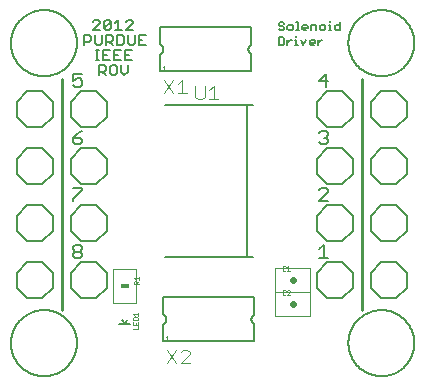
<source format=gto>
G75*
%MOIN*%
%OFA0B0*%
%FSLAX25Y25*%
%IPPOS*%
%LPD*%
%AMOC8*
5,1,8,0,0,1.08239X$1,22.5*
%
%ADD10C,0.01000*%
%ADD11C,0.00600*%
%ADD12C,0.00500*%
%ADD13C,0.00800*%
%ADD14C,0.00400*%
%ADD15C,0.00200*%
%ADD16C,0.02200*%
%ADD17C,0.00100*%
%ADD18R,0.03000X0.01800*%
D10*
X0018250Y0023250D02*
X0018250Y0100250D01*
X0118250Y0100250D02*
X0118250Y0023250D01*
D11*
X0111750Y0027250D02*
X0106750Y0027250D01*
X0103250Y0030750D01*
X0103250Y0035750D01*
X0106750Y0039250D01*
X0111750Y0039250D01*
X0115250Y0035750D01*
X0115250Y0030750D01*
X0111750Y0027250D01*
X0121250Y0030750D02*
X0124750Y0027250D01*
X0129750Y0027250D01*
X0133250Y0030750D01*
X0133250Y0035750D01*
X0129750Y0039250D01*
X0124750Y0039250D01*
X0121250Y0035750D01*
X0121250Y0030750D01*
X0124750Y0046250D02*
X0129750Y0046250D01*
X0133250Y0049750D01*
X0133250Y0054750D01*
X0129750Y0058250D01*
X0124750Y0058250D01*
X0121250Y0054750D01*
X0121250Y0049750D01*
X0124750Y0046250D01*
X0115250Y0049750D02*
X0115250Y0054750D01*
X0111750Y0058250D01*
X0106750Y0058250D01*
X0103250Y0054750D01*
X0103250Y0049750D01*
X0106750Y0046250D01*
X0111750Y0046250D01*
X0115250Y0049750D01*
X0111750Y0065250D02*
X0106750Y0065250D01*
X0103250Y0068750D01*
X0103250Y0073750D01*
X0106750Y0077250D01*
X0111750Y0077250D01*
X0115250Y0073750D01*
X0115250Y0068750D01*
X0111750Y0065250D01*
X0121250Y0068750D02*
X0124750Y0065250D01*
X0129750Y0065250D01*
X0133250Y0068750D01*
X0133250Y0073750D01*
X0129750Y0077250D01*
X0124750Y0077250D01*
X0121250Y0073750D01*
X0121250Y0068750D01*
X0124750Y0084250D02*
X0129750Y0084250D01*
X0133250Y0087750D01*
X0133250Y0092750D01*
X0129750Y0096250D01*
X0124750Y0096250D01*
X0121250Y0092750D01*
X0121250Y0087750D01*
X0124750Y0084250D01*
X0115250Y0087750D02*
X0115250Y0092750D01*
X0111750Y0096250D01*
X0106750Y0096250D01*
X0103250Y0092750D01*
X0103250Y0087750D01*
X0106750Y0084250D01*
X0111750Y0084250D01*
X0115250Y0087750D01*
X0046234Y0111550D02*
X0043966Y0111550D01*
X0043966Y0114953D01*
X0046234Y0114953D01*
X0045100Y0113251D02*
X0043966Y0113251D01*
X0042551Y0112117D02*
X0042551Y0114953D01*
X0041868Y0116550D02*
X0039599Y0116550D01*
X0041868Y0118819D01*
X0041868Y0119386D01*
X0041301Y0119953D01*
X0040167Y0119953D01*
X0039599Y0119386D01*
X0037051Y0119953D02*
X0037051Y0116550D01*
X0038185Y0116550D02*
X0035916Y0116550D01*
X0034502Y0117117D02*
X0033935Y0116550D01*
X0032800Y0116550D01*
X0032233Y0117117D01*
X0034502Y0119386D01*
X0034502Y0117117D01*
X0035916Y0118819D02*
X0037051Y0119953D01*
X0034502Y0119386D02*
X0033935Y0119953D01*
X0032800Y0119953D01*
X0032233Y0119386D01*
X0032233Y0117117D01*
X0030819Y0116550D02*
X0028550Y0116550D01*
X0030819Y0118819D01*
X0030819Y0119386D01*
X0030251Y0119953D01*
X0029117Y0119953D01*
X0028550Y0119386D01*
X0029233Y0114953D02*
X0029233Y0112117D01*
X0029800Y0111550D01*
X0030935Y0111550D01*
X0031502Y0112117D01*
X0031502Y0114953D01*
X0032916Y0114953D02*
X0032916Y0111550D01*
X0032916Y0112684D02*
X0034618Y0112684D01*
X0035185Y0113251D01*
X0035185Y0114386D01*
X0034618Y0114953D01*
X0032916Y0114953D01*
X0034051Y0112684D02*
X0035185Y0111550D01*
X0036599Y0111550D02*
X0038301Y0111550D01*
X0038868Y0112117D01*
X0038868Y0114386D01*
X0038301Y0114953D01*
X0036599Y0114953D01*
X0036599Y0111550D01*
X0035689Y0109953D02*
X0035689Y0106550D01*
X0037957Y0106550D01*
X0039372Y0106550D02*
X0041640Y0106550D01*
X0040506Y0108251D02*
X0039372Y0108251D01*
X0039372Y0106550D02*
X0039372Y0109953D01*
X0041640Y0109953D01*
X0041984Y0111550D02*
X0040850Y0111550D01*
X0040283Y0112117D01*
X0040283Y0114953D01*
X0042551Y0112117D02*
X0041984Y0111550D01*
X0037957Y0109953D02*
X0035689Y0109953D01*
X0034274Y0109953D02*
X0032005Y0109953D01*
X0032005Y0106550D01*
X0034274Y0106550D01*
X0034800Y0104953D02*
X0034233Y0104386D01*
X0034233Y0102117D01*
X0034800Y0101550D01*
X0035935Y0101550D01*
X0036502Y0102117D01*
X0036502Y0104386D01*
X0035935Y0104953D01*
X0034800Y0104953D01*
X0032819Y0104386D02*
X0032819Y0103251D01*
X0032251Y0102684D01*
X0030550Y0102684D01*
X0030550Y0101550D02*
X0030550Y0104953D01*
X0032251Y0104953D01*
X0032819Y0104386D01*
X0031684Y0102684D02*
X0032819Y0101550D01*
X0037916Y0102684D02*
X0039051Y0101550D01*
X0040185Y0102684D01*
X0040185Y0104953D01*
X0037916Y0104953D02*
X0037916Y0102684D01*
X0036823Y0108251D02*
X0035689Y0108251D01*
X0033140Y0108251D02*
X0032005Y0108251D01*
X0030684Y0106550D02*
X0029550Y0106550D01*
X0030117Y0106550D02*
X0030117Y0109953D01*
X0029550Y0109953D02*
X0030684Y0109953D01*
X0027819Y0113251D02*
X0027251Y0112684D01*
X0025550Y0112684D01*
X0025550Y0111550D02*
X0025550Y0114953D01*
X0027251Y0114953D01*
X0027819Y0114386D01*
X0027819Y0113251D01*
X0029750Y0096250D02*
X0024750Y0096250D01*
X0021250Y0092750D01*
X0021250Y0087750D01*
X0024750Y0084250D01*
X0029750Y0084250D01*
X0033250Y0087750D01*
X0033250Y0092750D01*
X0029750Y0096250D01*
X0015250Y0092750D02*
X0015250Y0087750D01*
X0011750Y0084250D01*
X0006750Y0084250D01*
X0003250Y0087750D01*
X0003250Y0092750D01*
X0006750Y0096250D01*
X0011750Y0096250D01*
X0015250Y0092750D01*
X0011750Y0077250D02*
X0006750Y0077250D01*
X0003250Y0073750D01*
X0003250Y0068750D01*
X0006750Y0065250D01*
X0011750Y0065250D01*
X0015250Y0068750D01*
X0015250Y0073750D01*
X0011750Y0077250D01*
X0021250Y0073750D02*
X0021250Y0068750D01*
X0024750Y0065250D01*
X0029750Y0065250D01*
X0033250Y0068750D01*
X0033250Y0073750D01*
X0029750Y0077250D01*
X0024750Y0077250D01*
X0021250Y0073750D01*
X0024750Y0058250D02*
X0029750Y0058250D01*
X0033250Y0054750D01*
X0033250Y0049750D01*
X0029750Y0046250D01*
X0024750Y0046250D01*
X0021250Y0049750D01*
X0021250Y0054750D01*
X0024750Y0058250D01*
X0015250Y0054750D02*
X0015250Y0049750D01*
X0011750Y0046250D01*
X0006750Y0046250D01*
X0003250Y0049750D01*
X0003250Y0054750D01*
X0006750Y0058250D01*
X0011750Y0058250D01*
X0015250Y0054750D01*
X0011750Y0039250D02*
X0006750Y0039250D01*
X0003250Y0035750D01*
X0003250Y0030750D01*
X0006750Y0027250D01*
X0011750Y0027250D01*
X0015250Y0030750D01*
X0015250Y0035750D01*
X0011750Y0039250D01*
X0021250Y0035750D02*
X0021250Y0030750D01*
X0024750Y0027250D01*
X0029750Y0027250D01*
X0033250Y0030750D01*
X0033250Y0035750D01*
X0029750Y0039250D01*
X0024750Y0039250D01*
X0021250Y0035750D01*
D12*
X0001250Y0012250D02*
X0001253Y0012520D01*
X0001263Y0012790D01*
X0001280Y0013059D01*
X0001303Y0013328D01*
X0001333Y0013597D01*
X0001369Y0013864D01*
X0001412Y0014131D01*
X0001461Y0014396D01*
X0001517Y0014660D01*
X0001580Y0014923D01*
X0001648Y0015184D01*
X0001724Y0015443D01*
X0001805Y0015700D01*
X0001893Y0015956D01*
X0001987Y0016209D01*
X0002087Y0016460D01*
X0002194Y0016708D01*
X0002306Y0016953D01*
X0002425Y0017196D01*
X0002549Y0017435D01*
X0002679Y0017672D01*
X0002815Y0017905D01*
X0002957Y0018135D01*
X0003104Y0018361D01*
X0003257Y0018584D01*
X0003415Y0018803D01*
X0003578Y0019018D01*
X0003747Y0019228D01*
X0003921Y0019435D01*
X0004100Y0019637D01*
X0004283Y0019835D01*
X0004472Y0020028D01*
X0004665Y0020217D01*
X0004863Y0020400D01*
X0005065Y0020579D01*
X0005272Y0020753D01*
X0005482Y0020922D01*
X0005697Y0021085D01*
X0005916Y0021243D01*
X0006139Y0021396D01*
X0006365Y0021543D01*
X0006595Y0021685D01*
X0006828Y0021821D01*
X0007065Y0021951D01*
X0007304Y0022075D01*
X0007547Y0022194D01*
X0007792Y0022306D01*
X0008040Y0022413D01*
X0008291Y0022513D01*
X0008544Y0022607D01*
X0008800Y0022695D01*
X0009057Y0022776D01*
X0009316Y0022852D01*
X0009577Y0022920D01*
X0009840Y0022983D01*
X0010104Y0023039D01*
X0010369Y0023088D01*
X0010636Y0023131D01*
X0010903Y0023167D01*
X0011172Y0023197D01*
X0011441Y0023220D01*
X0011710Y0023237D01*
X0011980Y0023247D01*
X0012250Y0023250D01*
X0012520Y0023247D01*
X0012790Y0023237D01*
X0013059Y0023220D01*
X0013328Y0023197D01*
X0013597Y0023167D01*
X0013864Y0023131D01*
X0014131Y0023088D01*
X0014396Y0023039D01*
X0014660Y0022983D01*
X0014923Y0022920D01*
X0015184Y0022852D01*
X0015443Y0022776D01*
X0015700Y0022695D01*
X0015956Y0022607D01*
X0016209Y0022513D01*
X0016460Y0022413D01*
X0016708Y0022306D01*
X0016953Y0022194D01*
X0017196Y0022075D01*
X0017435Y0021951D01*
X0017672Y0021821D01*
X0017905Y0021685D01*
X0018135Y0021543D01*
X0018361Y0021396D01*
X0018584Y0021243D01*
X0018803Y0021085D01*
X0019018Y0020922D01*
X0019228Y0020753D01*
X0019435Y0020579D01*
X0019637Y0020400D01*
X0019835Y0020217D01*
X0020028Y0020028D01*
X0020217Y0019835D01*
X0020400Y0019637D01*
X0020579Y0019435D01*
X0020753Y0019228D01*
X0020922Y0019018D01*
X0021085Y0018803D01*
X0021243Y0018584D01*
X0021396Y0018361D01*
X0021543Y0018135D01*
X0021685Y0017905D01*
X0021821Y0017672D01*
X0021951Y0017435D01*
X0022075Y0017196D01*
X0022194Y0016953D01*
X0022306Y0016708D01*
X0022413Y0016460D01*
X0022513Y0016209D01*
X0022607Y0015956D01*
X0022695Y0015700D01*
X0022776Y0015443D01*
X0022852Y0015184D01*
X0022920Y0014923D01*
X0022983Y0014660D01*
X0023039Y0014396D01*
X0023088Y0014131D01*
X0023131Y0013864D01*
X0023167Y0013597D01*
X0023197Y0013328D01*
X0023220Y0013059D01*
X0023237Y0012790D01*
X0023247Y0012520D01*
X0023250Y0012250D01*
X0023247Y0011980D01*
X0023237Y0011710D01*
X0023220Y0011441D01*
X0023197Y0011172D01*
X0023167Y0010903D01*
X0023131Y0010636D01*
X0023088Y0010369D01*
X0023039Y0010104D01*
X0022983Y0009840D01*
X0022920Y0009577D01*
X0022852Y0009316D01*
X0022776Y0009057D01*
X0022695Y0008800D01*
X0022607Y0008544D01*
X0022513Y0008291D01*
X0022413Y0008040D01*
X0022306Y0007792D01*
X0022194Y0007547D01*
X0022075Y0007304D01*
X0021951Y0007065D01*
X0021821Y0006828D01*
X0021685Y0006595D01*
X0021543Y0006365D01*
X0021396Y0006139D01*
X0021243Y0005916D01*
X0021085Y0005697D01*
X0020922Y0005482D01*
X0020753Y0005272D01*
X0020579Y0005065D01*
X0020400Y0004863D01*
X0020217Y0004665D01*
X0020028Y0004472D01*
X0019835Y0004283D01*
X0019637Y0004100D01*
X0019435Y0003921D01*
X0019228Y0003747D01*
X0019018Y0003578D01*
X0018803Y0003415D01*
X0018584Y0003257D01*
X0018361Y0003104D01*
X0018135Y0002957D01*
X0017905Y0002815D01*
X0017672Y0002679D01*
X0017435Y0002549D01*
X0017196Y0002425D01*
X0016953Y0002306D01*
X0016708Y0002194D01*
X0016460Y0002087D01*
X0016209Y0001987D01*
X0015956Y0001893D01*
X0015700Y0001805D01*
X0015443Y0001724D01*
X0015184Y0001648D01*
X0014923Y0001580D01*
X0014660Y0001517D01*
X0014396Y0001461D01*
X0014131Y0001412D01*
X0013864Y0001369D01*
X0013597Y0001333D01*
X0013328Y0001303D01*
X0013059Y0001280D01*
X0012790Y0001263D01*
X0012520Y0001253D01*
X0012250Y0001250D01*
X0011980Y0001253D01*
X0011710Y0001263D01*
X0011441Y0001280D01*
X0011172Y0001303D01*
X0010903Y0001333D01*
X0010636Y0001369D01*
X0010369Y0001412D01*
X0010104Y0001461D01*
X0009840Y0001517D01*
X0009577Y0001580D01*
X0009316Y0001648D01*
X0009057Y0001724D01*
X0008800Y0001805D01*
X0008544Y0001893D01*
X0008291Y0001987D01*
X0008040Y0002087D01*
X0007792Y0002194D01*
X0007547Y0002306D01*
X0007304Y0002425D01*
X0007065Y0002549D01*
X0006828Y0002679D01*
X0006595Y0002815D01*
X0006365Y0002957D01*
X0006139Y0003104D01*
X0005916Y0003257D01*
X0005697Y0003415D01*
X0005482Y0003578D01*
X0005272Y0003747D01*
X0005065Y0003921D01*
X0004863Y0004100D01*
X0004665Y0004283D01*
X0004472Y0004472D01*
X0004283Y0004665D01*
X0004100Y0004863D01*
X0003921Y0005065D01*
X0003747Y0005272D01*
X0003578Y0005482D01*
X0003415Y0005697D01*
X0003257Y0005916D01*
X0003104Y0006139D01*
X0002957Y0006365D01*
X0002815Y0006595D01*
X0002679Y0006828D01*
X0002549Y0007065D01*
X0002425Y0007304D01*
X0002306Y0007547D01*
X0002194Y0007792D01*
X0002087Y0008040D01*
X0001987Y0008291D01*
X0001893Y0008544D01*
X0001805Y0008800D01*
X0001724Y0009057D01*
X0001648Y0009316D01*
X0001580Y0009577D01*
X0001517Y0009840D01*
X0001461Y0010104D01*
X0001412Y0010369D01*
X0001369Y0010636D01*
X0001333Y0010903D01*
X0001303Y0011172D01*
X0001280Y0011441D01*
X0001263Y0011710D01*
X0001253Y0011980D01*
X0001250Y0012250D01*
X0022751Y0040500D02*
X0022000Y0041251D01*
X0022000Y0042001D01*
X0022751Y0042752D01*
X0024252Y0042752D01*
X0025003Y0042001D01*
X0025003Y0041251D01*
X0024252Y0040500D01*
X0022751Y0040500D01*
X0022751Y0042752D02*
X0022000Y0043503D01*
X0022000Y0044253D01*
X0022751Y0045004D01*
X0024252Y0045004D01*
X0025003Y0044253D01*
X0025003Y0043503D01*
X0024252Y0042752D01*
X0022000Y0059500D02*
X0022000Y0060251D01*
X0025003Y0063253D01*
X0025003Y0064004D01*
X0022000Y0064004D01*
X0022751Y0078500D02*
X0024252Y0078500D01*
X0025003Y0079251D01*
X0025003Y0080001D01*
X0024252Y0080752D01*
X0022000Y0080752D01*
X0022000Y0079251D01*
X0022751Y0078500D01*
X0022000Y0080752D02*
X0023501Y0082253D01*
X0025003Y0083004D01*
X0024252Y0097500D02*
X0022751Y0097500D01*
X0022000Y0098251D01*
X0022000Y0099752D02*
X0023501Y0100503D01*
X0024252Y0100503D01*
X0025003Y0099752D01*
X0025003Y0098251D01*
X0024252Y0097500D01*
X0022000Y0099752D02*
X0022000Y0102004D01*
X0025003Y0102004D01*
X0001250Y0112250D02*
X0001253Y0112520D01*
X0001263Y0112790D01*
X0001280Y0113059D01*
X0001303Y0113328D01*
X0001333Y0113597D01*
X0001369Y0113864D01*
X0001412Y0114131D01*
X0001461Y0114396D01*
X0001517Y0114660D01*
X0001580Y0114923D01*
X0001648Y0115184D01*
X0001724Y0115443D01*
X0001805Y0115700D01*
X0001893Y0115956D01*
X0001987Y0116209D01*
X0002087Y0116460D01*
X0002194Y0116708D01*
X0002306Y0116953D01*
X0002425Y0117196D01*
X0002549Y0117435D01*
X0002679Y0117672D01*
X0002815Y0117905D01*
X0002957Y0118135D01*
X0003104Y0118361D01*
X0003257Y0118584D01*
X0003415Y0118803D01*
X0003578Y0119018D01*
X0003747Y0119228D01*
X0003921Y0119435D01*
X0004100Y0119637D01*
X0004283Y0119835D01*
X0004472Y0120028D01*
X0004665Y0120217D01*
X0004863Y0120400D01*
X0005065Y0120579D01*
X0005272Y0120753D01*
X0005482Y0120922D01*
X0005697Y0121085D01*
X0005916Y0121243D01*
X0006139Y0121396D01*
X0006365Y0121543D01*
X0006595Y0121685D01*
X0006828Y0121821D01*
X0007065Y0121951D01*
X0007304Y0122075D01*
X0007547Y0122194D01*
X0007792Y0122306D01*
X0008040Y0122413D01*
X0008291Y0122513D01*
X0008544Y0122607D01*
X0008800Y0122695D01*
X0009057Y0122776D01*
X0009316Y0122852D01*
X0009577Y0122920D01*
X0009840Y0122983D01*
X0010104Y0123039D01*
X0010369Y0123088D01*
X0010636Y0123131D01*
X0010903Y0123167D01*
X0011172Y0123197D01*
X0011441Y0123220D01*
X0011710Y0123237D01*
X0011980Y0123247D01*
X0012250Y0123250D01*
X0012520Y0123247D01*
X0012790Y0123237D01*
X0013059Y0123220D01*
X0013328Y0123197D01*
X0013597Y0123167D01*
X0013864Y0123131D01*
X0014131Y0123088D01*
X0014396Y0123039D01*
X0014660Y0122983D01*
X0014923Y0122920D01*
X0015184Y0122852D01*
X0015443Y0122776D01*
X0015700Y0122695D01*
X0015956Y0122607D01*
X0016209Y0122513D01*
X0016460Y0122413D01*
X0016708Y0122306D01*
X0016953Y0122194D01*
X0017196Y0122075D01*
X0017435Y0121951D01*
X0017672Y0121821D01*
X0017905Y0121685D01*
X0018135Y0121543D01*
X0018361Y0121396D01*
X0018584Y0121243D01*
X0018803Y0121085D01*
X0019018Y0120922D01*
X0019228Y0120753D01*
X0019435Y0120579D01*
X0019637Y0120400D01*
X0019835Y0120217D01*
X0020028Y0120028D01*
X0020217Y0119835D01*
X0020400Y0119637D01*
X0020579Y0119435D01*
X0020753Y0119228D01*
X0020922Y0119018D01*
X0021085Y0118803D01*
X0021243Y0118584D01*
X0021396Y0118361D01*
X0021543Y0118135D01*
X0021685Y0117905D01*
X0021821Y0117672D01*
X0021951Y0117435D01*
X0022075Y0117196D01*
X0022194Y0116953D01*
X0022306Y0116708D01*
X0022413Y0116460D01*
X0022513Y0116209D01*
X0022607Y0115956D01*
X0022695Y0115700D01*
X0022776Y0115443D01*
X0022852Y0115184D01*
X0022920Y0114923D01*
X0022983Y0114660D01*
X0023039Y0114396D01*
X0023088Y0114131D01*
X0023131Y0113864D01*
X0023167Y0113597D01*
X0023197Y0113328D01*
X0023220Y0113059D01*
X0023237Y0112790D01*
X0023247Y0112520D01*
X0023250Y0112250D01*
X0023247Y0111980D01*
X0023237Y0111710D01*
X0023220Y0111441D01*
X0023197Y0111172D01*
X0023167Y0110903D01*
X0023131Y0110636D01*
X0023088Y0110369D01*
X0023039Y0110104D01*
X0022983Y0109840D01*
X0022920Y0109577D01*
X0022852Y0109316D01*
X0022776Y0109057D01*
X0022695Y0108800D01*
X0022607Y0108544D01*
X0022513Y0108291D01*
X0022413Y0108040D01*
X0022306Y0107792D01*
X0022194Y0107547D01*
X0022075Y0107304D01*
X0021951Y0107065D01*
X0021821Y0106828D01*
X0021685Y0106595D01*
X0021543Y0106365D01*
X0021396Y0106139D01*
X0021243Y0105916D01*
X0021085Y0105697D01*
X0020922Y0105482D01*
X0020753Y0105272D01*
X0020579Y0105065D01*
X0020400Y0104863D01*
X0020217Y0104665D01*
X0020028Y0104472D01*
X0019835Y0104283D01*
X0019637Y0104100D01*
X0019435Y0103921D01*
X0019228Y0103747D01*
X0019018Y0103578D01*
X0018803Y0103415D01*
X0018584Y0103257D01*
X0018361Y0103104D01*
X0018135Y0102957D01*
X0017905Y0102815D01*
X0017672Y0102679D01*
X0017435Y0102549D01*
X0017196Y0102425D01*
X0016953Y0102306D01*
X0016708Y0102194D01*
X0016460Y0102087D01*
X0016209Y0101987D01*
X0015956Y0101893D01*
X0015700Y0101805D01*
X0015443Y0101724D01*
X0015184Y0101648D01*
X0014923Y0101580D01*
X0014660Y0101517D01*
X0014396Y0101461D01*
X0014131Y0101412D01*
X0013864Y0101369D01*
X0013597Y0101333D01*
X0013328Y0101303D01*
X0013059Y0101280D01*
X0012790Y0101263D01*
X0012520Y0101253D01*
X0012250Y0101250D01*
X0011980Y0101253D01*
X0011710Y0101263D01*
X0011441Y0101280D01*
X0011172Y0101303D01*
X0010903Y0101333D01*
X0010636Y0101369D01*
X0010369Y0101412D01*
X0010104Y0101461D01*
X0009840Y0101517D01*
X0009577Y0101580D01*
X0009316Y0101648D01*
X0009057Y0101724D01*
X0008800Y0101805D01*
X0008544Y0101893D01*
X0008291Y0101987D01*
X0008040Y0102087D01*
X0007792Y0102194D01*
X0007547Y0102306D01*
X0007304Y0102425D01*
X0007065Y0102549D01*
X0006828Y0102679D01*
X0006595Y0102815D01*
X0006365Y0102957D01*
X0006139Y0103104D01*
X0005916Y0103257D01*
X0005697Y0103415D01*
X0005482Y0103578D01*
X0005272Y0103747D01*
X0005065Y0103921D01*
X0004863Y0104100D01*
X0004665Y0104283D01*
X0004472Y0104472D01*
X0004283Y0104665D01*
X0004100Y0104863D01*
X0003921Y0105065D01*
X0003747Y0105272D01*
X0003578Y0105482D01*
X0003415Y0105697D01*
X0003257Y0105916D01*
X0003104Y0106139D01*
X0002957Y0106365D01*
X0002815Y0106595D01*
X0002679Y0106828D01*
X0002549Y0107065D01*
X0002425Y0107304D01*
X0002306Y0107547D01*
X0002194Y0107792D01*
X0002087Y0108040D01*
X0001987Y0108291D01*
X0001893Y0108544D01*
X0001805Y0108800D01*
X0001724Y0109057D01*
X0001648Y0109316D01*
X0001580Y0109577D01*
X0001517Y0109840D01*
X0001461Y0110104D01*
X0001412Y0110369D01*
X0001369Y0110636D01*
X0001333Y0110903D01*
X0001303Y0111172D01*
X0001280Y0111441D01*
X0001263Y0111710D01*
X0001253Y0111980D01*
X0001250Y0112250D01*
X0090500Y0111500D02*
X0091851Y0111500D01*
X0092302Y0111950D01*
X0092302Y0113752D01*
X0091851Y0114202D01*
X0090500Y0114202D01*
X0090500Y0111500D01*
X0093447Y0111500D02*
X0093447Y0113302D01*
X0094347Y0113302D02*
X0094798Y0113302D01*
X0094347Y0113302D02*
X0093447Y0112401D01*
X0095902Y0113302D02*
X0096352Y0113302D01*
X0096352Y0111500D01*
X0095902Y0111500D02*
X0096803Y0111500D01*
X0098767Y0111500D02*
X0097866Y0113302D01*
X0096352Y0114202D02*
X0096352Y0114653D01*
X0096393Y0116500D02*
X0097294Y0116500D01*
X0096843Y0116500D02*
X0096843Y0119202D01*
X0096393Y0119202D01*
X0095248Y0117851D02*
X0094798Y0118302D01*
X0093897Y0118302D01*
X0093447Y0117851D01*
X0093447Y0116950D01*
X0093897Y0116500D01*
X0094798Y0116500D01*
X0095248Y0116950D01*
X0095248Y0117851D01*
X0092302Y0117401D02*
X0092302Y0116950D01*
X0091851Y0116500D01*
X0090950Y0116500D01*
X0090500Y0116950D01*
X0090950Y0117851D02*
X0091851Y0117851D01*
X0092302Y0117401D01*
X0092302Y0118752D02*
X0091851Y0119202D01*
X0090950Y0119202D01*
X0090500Y0118752D01*
X0090500Y0118302D01*
X0090950Y0117851D01*
X0098357Y0117851D02*
X0098357Y0116950D01*
X0098808Y0116500D01*
X0099709Y0116500D01*
X0100159Y0117401D02*
X0100159Y0117851D01*
X0099709Y0118302D01*
X0098808Y0118302D01*
X0098357Y0117851D01*
X0098357Y0117401D02*
X0100159Y0117401D01*
X0101304Y0116500D02*
X0101304Y0118302D01*
X0102655Y0118302D01*
X0103105Y0117851D01*
X0103105Y0116500D01*
X0104250Y0116950D02*
X0104250Y0117851D01*
X0104701Y0118302D01*
X0105602Y0118302D01*
X0106052Y0117851D01*
X0106052Y0116950D01*
X0105602Y0116500D01*
X0104701Y0116500D01*
X0104250Y0116950D01*
X0107197Y0116500D02*
X0108098Y0116500D01*
X0107647Y0116500D02*
X0107647Y0118302D01*
X0107197Y0118302D01*
X0107647Y0119202D02*
X0107647Y0119653D01*
X0109161Y0117851D02*
X0109612Y0118302D01*
X0110963Y0118302D01*
X0110963Y0119202D02*
X0110963Y0116500D01*
X0109612Y0116500D01*
X0109161Y0116950D01*
X0109161Y0117851D01*
X0105110Y0113302D02*
X0104660Y0113302D01*
X0103759Y0112401D01*
X0103759Y0111500D02*
X0103759Y0113302D01*
X0102614Y0112851D02*
X0102614Y0112401D01*
X0100813Y0112401D01*
X0100813Y0112851D02*
X0100813Y0111950D01*
X0101263Y0111500D01*
X0102164Y0111500D01*
X0102614Y0112851D02*
X0102164Y0113302D01*
X0101263Y0113302D01*
X0100813Y0112851D01*
X0099668Y0113302D02*
X0098767Y0111500D01*
X0106252Y0102004D02*
X0104000Y0099752D01*
X0107003Y0099752D01*
X0106252Y0097500D02*
X0106252Y0102004D01*
X0113750Y0112250D02*
X0113753Y0112520D01*
X0113763Y0112790D01*
X0113780Y0113059D01*
X0113803Y0113328D01*
X0113833Y0113597D01*
X0113869Y0113864D01*
X0113912Y0114131D01*
X0113961Y0114396D01*
X0114017Y0114660D01*
X0114080Y0114923D01*
X0114148Y0115184D01*
X0114224Y0115443D01*
X0114305Y0115700D01*
X0114393Y0115956D01*
X0114487Y0116209D01*
X0114587Y0116460D01*
X0114694Y0116708D01*
X0114806Y0116953D01*
X0114925Y0117196D01*
X0115049Y0117435D01*
X0115179Y0117672D01*
X0115315Y0117905D01*
X0115457Y0118135D01*
X0115604Y0118361D01*
X0115757Y0118584D01*
X0115915Y0118803D01*
X0116078Y0119018D01*
X0116247Y0119228D01*
X0116421Y0119435D01*
X0116600Y0119637D01*
X0116783Y0119835D01*
X0116972Y0120028D01*
X0117165Y0120217D01*
X0117363Y0120400D01*
X0117565Y0120579D01*
X0117772Y0120753D01*
X0117982Y0120922D01*
X0118197Y0121085D01*
X0118416Y0121243D01*
X0118639Y0121396D01*
X0118865Y0121543D01*
X0119095Y0121685D01*
X0119328Y0121821D01*
X0119565Y0121951D01*
X0119804Y0122075D01*
X0120047Y0122194D01*
X0120292Y0122306D01*
X0120540Y0122413D01*
X0120791Y0122513D01*
X0121044Y0122607D01*
X0121300Y0122695D01*
X0121557Y0122776D01*
X0121816Y0122852D01*
X0122077Y0122920D01*
X0122340Y0122983D01*
X0122604Y0123039D01*
X0122869Y0123088D01*
X0123136Y0123131D01*
X0123403Y0123167D01*
X0123672Y0123197D01*
X0123941Y0123220D01*
X0124210Y0123237D01*
X0124480Y0123247D01*
X0124750Y0123250D01*
X0125020Y0123247D01*
X0125290Y0123237D01*
X0125559Y0123220D01*
X0125828Y0123197D01*
X0126097Y0123167D01*
X0126364Y0123131D01*
X0126631Y0123088D01*
X0126896Y0123039D01*
X0127160Y0122983D01*
X0127423Y0122920D01*
X0127684Y0122852D01*
X0127943Y0122776D01*
X0128200Y0122695D01*
X0128456Y0122607D01*
X0128709Y0122513D01*
X0128960Y0122413D01*
X0129208Y0122306D01*
X0129453Y0122194D01*
X0129696Y0122075D01*
X0129935Y0121951D01*
X0130172Y0121821D01*
X0130405Y0121685D01*
X0130635Y0121543D01*
X0130861Y0121396D01*
X0131084Y0121243D01*
X0131303Y0121085D01*
X0131518Y0120922D01*
X0131728Y0120753D01*
X0131935Y0120579D01*
X0132137Y0120400D01*
X0132335Y0120217D01*
X0132528Y0120028D01*
X0132717Y0119835D01*
X0132900Y0119637D01*
X0133079Y0119435D01*
X0133253Y0119228D01*
X0133422Y0119018D01*
X0133585Y0118803D01*
X0133743Y0118584D01*
X0133896Y0118361D01*
X0134043Y0118135D01*
X0134185Y0117905D01*
X0134321Y0117672D01*
X0134451Y0117435D01*
X0134575Y0117196D01*
X0134694Y0116953D01*
X0134806Y0116708D01*
X0134913Y0116460D01*
X0135013Y0116209D01*
X0135107Y0115956D01*
X0135195Y0115700D01*
X0135276Y0115443D01*
X0135352Y0115184D01*
X0135420Y0114923D01*
X0135483Y0114660D01*
X0135539Y0114396D01*
X0135588Y0114131D01*
X0135631Y0113864D01*
X0135667Y0113597D01*
X0135697Y0113328D01*
X0135720Y0113059D01*
X0135737Y0112790D01*
X0135747Y0112520D01*
X0135750Y0112250D01*
X0135747Y0111980D01*
X0135737Y0111710D01*
X0135720Y0111441D01*
X0135697Y0111172D01*
X0135667Y0110903D01*
X0135631Y0110636D01*
X0135588Y0110369D01*
X0135539Y0110104D01*
X0135483Y0109840D01*
X0135420Y0109577D01*
X0135352Y0109316D01*
X0135276Y0109057D01*
X0135195Y0108800D01*
X0135107Y0108544D01*
X0135013Y0108291D01*
X0134913Y0108040D01*
X0134806Y0107792D01*
X0134694Y0107547D01*
X0134575Y0107304D01*
X0134451Y0107065D01*
X0134321Y0106828D01*
X0134185Y0106595D01*
X0134043Y0106365D01*
X0133896Y0106139D01*
X0133743Y0105916D01*
X0133585Y0105697D01*
X0133422Y0105482D01*
X0133253Y0105272D01*
X0133079Y0105065D01*
X0132900Y0104863D01*
X0132717Y0104665D01*
X0132528Y0104472D01*
X0132335Y0104283D01*
X0132137Y0104100D01*
X0131935Y0103921D01*
X0131728Y0103747D01*
X0131518Y0103578D01*
X0131303Y0103415D01*
X0131084Y0103257D01*
X0130861Y0103104D01*
X0130635Y0102957D01*
X0130405Y0102815D01*
X0130172Y0102679D01*
X0129935Y0102549D01*
X0129696Y0102425D01*
X0129453Y0102306D01*
X0129208Y0102194D01*
X0128960Y0102087D01*
X0128709Y0101987D01*
X0128456Y0101893D01*
X0128200Y0101805D01*
X0127943Y0101724D01*
X0127684Y0101648D01*
X0127423Y0101580D01*
X0127160Y0101517D01*
X0126896Y0101461D01*
X0126631Y0101412D01*
X0126364Y0101369D01*
X0126097Y0101333D01*
X0125828Y0101303D01*
X0125559Y0101280D01*
X0125290Y0101263D01*
X0125020Y0101253D01*
X0124750Y0101250D01*
X0124480Y0101253D01*
X0124210Y0101263D01*
X0123941Y0101280D01*
X0123672Y0101303D01*
X0123403Y0101333D01*
X0123136Y0101369D01*
X0122869Y0101412D01*
X0122604Y0101461D01*
X0122340Y0101517D01*
X0122077Y0101580D01*
X0121816Y0101648D01*
X0121557Y0101724D01*
X0121300Y0101805D01*
X0121044Y0101893D01*
X0120791Y0101987D01*
X0120540Y0102087D01*
X0120292Y0102194D01*
X0120047Y0102306D01*
X0119804Y0102425D01*
X0119565Y0102549D01*
X0119328Y0102679D01*
X0119095Y0102815D01*
X0118865Y0102957D01*
X0118639Y0103104D01*
X0118416Y0103257D01*
X0118197Y0103415D01*
X0117982Y0103578D01*
X0117772Y0103747D01*
X0117565Y0103921D01*
X0117363Y0104100D01*
X0117165Y0104283D01*
X0116972Y0104472D01*
X0116783Y0104665D01*
X0116600Y0104863D01*
X0116421Y0105065D01*
X0116247Y0105272D01*
X0116078Y0105482D01*
X0115915Y0105697D01*
X0115757Y0105916D01*
X0115604Y0106139D01*
X0115457Y0106365D01*
X0115315Y0106595D01*
X0115179Y0106828D01*
X0115049Y0107065D01*
X0114925Y0107304D01*
X0114806Y0107547D01*
X0114694Y0107792D01*
X0114587Y0108040D01*
X0114487Y0108291D01*
X0114393Y0108544D01*
X0114305Y0108800D01*
X0114224Y0109057D01*
X0114148Y0109316D01*
X0114080Y0109577D01*
X0114017Y0109840D01*
X0113961Y0110104D01*
X0113912Y0110369D01*
X0113869Y0110636D01*
X0113833Y0110903D01*
X0113803Y0111172D01*
X0113780Y0111441D01*
X0113763Y0111710D01*
X0113753Y0111980D01*
X0113750Y0112250D01*
X0106252Y0083004D02*
X0104751Y0083004D01*
X0104000Y0082253D01*
X0105501Y0080752D02*
X0106252Y0080752D01*
X0107003Y0080001D01*
X0107003Y0079251D01*
X0106252Y0078500D01*
X0104751Y0078500D01*
X0104000Y0079251D01*
X0106252Y0080752D02*
X0107003Y0081503D01*
X0107003Y0082253D01*
X0106252Y0083004D01*
X0106252Y0064004D02*
X0104751Y0064004D01*
X0104000Y0063253D01*
X0106252Y0064004D02*
X0107003Y0063253D01*
X0107003Y0062503D01*
X0104000Y0059500D01*
X0107003Y0059500D01*
X0105501Y0045004D02*
X0105501Y0040500D01*
X0104000Y0040500D02*
X0107003Y0040500D01*
X0104000Y0043503D02*
X0105501Y0045004D01*
X0113750Y0012250D02*
X0113753Y0012520D01*
X0113763Y0012790D01*
X0113780Y0013059D01*
X0113803Y0013328D01*
X0113833Y0013597D01*
X0113869Y0013864D01*
X0113912Y0014131D01*
X0113961Y0014396D01*
X0114017Y0014660D01*
X0114080Y0014923D01*
X0114148Y0015184D01*
X0114224Y0015443D01*
X0114305Y0015700D01*
X0114393Y0015956D01*
X0114487Y0016209D01*
X0114587Y0016460D01*
X0114694Y0016708D01*
X0114806Y0016953D01*
X0114925Y0017196D01*
X0115049Y0017435D01*
X0115179Y0017672D01*
X0115315Y0017905D01*
X0115457Y0018135D01*
X0115604Y0018361D01*
X0115757Y0018584D01*
X0115915Y0018803D01*
X0116078Y0019018D01*
X0116247Y0019228D01*
X0116421Y0019435D01*
X0116600Y0019637D01*
X0116783Y0019835D01*
X0116972Y0020028D01*
X0117165Y0020217D01*
X0117363Y0020400D01*
X0117565Y0020579D01*
X0117772Y0020753D01*
X0117982Y0020922D01*
X0118197Y0021085D01*
X0118416Y0021243D01*
X0118639Y0021396D01*
X0118865Y0021543D01*
X0119095Y0021685D01*
X0119328Y0021821D01*
X0119565Y0021951D01*
X0119804Y0022075D01*
X0120047Y0022194D01*
X0120292Y0022306D01*
X0120540Y0022413D01*
X0120791Y0022513D01*
X0121044Y0022607D01*
X0121300Y0022695D01*
X0121557Y0022776D01*
X0121816Y0022852D01*
X0122077Y0022920D01*
X0122340Y0022983D01*
X0122604Y0023039D01*
X0122869Y0023088D01*
X0123136Y0023131D01*
X0123403Y0023167D01*
X0123672Y0023197D01*
X0123941Y0023220D01*
X0124210Y0023237D01*
X0124480Y0023247D01*
X0124750Y0023250D01*
X0125020Y0023247D01*
X0125290Y0023237D01*
X0125559Y0023220D01*
X0125828Y0023197D01*
X0126097Y0023167D01*
X0126364Y0023131D01*
X0126631Y0023088D01*
X0126896Y0023039D01*
X0127160Y0022983D01*
X0127423Y0022920D01*
X0127684Y0022852D01*
X0127943Y0022776D01*
X0128200Y0022695D01*
X0128456Y0022607D01*
X0128709Y0022513D01*
X0128960Y0022413D01*
X0129208Y0022306D01*
X0129453Y0022194D01*
X0129696Y0022075D01*
X0129935Y0021951D01*
X0130172Y0021821D01*
X0130405Y0021685D01*
X0130635Y0021543D01*
X0130861Y0021396D01*
X0131084Y0021243D01*
X0131303Y0021085D01*
X0131518Y0020922D01*
X0131728Y0020753D01*
X0131935Y0020579D01*
X0132137Y0020400D01*
X0132335Y0020217D01*
X0132528Y0020028D01*
X0132717Y0019835D01*
X0132900Y0019637D01*
X0133079Y0019435D01*
X0133253Y0019228D01*
X0133422Y0019018D01*
X0133585Y0018803D01*
X0133743Y0018584D01*
X0133896Y0018361D01*
X0134043Y0018135D01*
X0134185Y0017905D01*
X0134321Y0017672D01*
X0134451Y0017435D01*
X0134575Y0017196D01*
X0134694Y0016953D01*
X0134806Y0016708D01*
X0134913Y0016460D01*
X0135013Y0016209D01*
X0135107Y0015956D01*
X0135195Y0015700D01*
X0135276Y0015443D01*
X0135352Y0015184D01*
X0135420Y0014923D01*
X0135483Y0014660D01*
X0135539Y0014396D01*
X0135588Y0014131D01*
X0135631Y0013864D01*
X0135667Y0013597D01*
X0135697Y0013328D01*
X0135720Y0013059D01*
X0135737Y0012790D01*
X0135747Y0012520D01*
X0135750Y0012250D01*
X0135747Y0011980D01*
X0135737Y0011710D01*
X0135720Y0011441D01*
X0135697Y0011172D01*
X0135667Y0010903D01*
X0135631Y0010636D01*
X0135588Y0010369D01*
X0135539Y0010104D01*
X0135483Y0009840D01*
X0135420Y0009577D01*
X0135352Y0009316D01*
X0135276Y0009057D01*
X0135195Y0008800D01*
X0135107Y0008544D01*
X0135013Y0008291D01*
X0134913Y0008040D01*
X0134806Y0007792D01*
X0134694Y0007547D01*
X0134575Y0007304D01*
X0134451Y0007065D01*
X0134321Y0006828D01*
X0134185Y0006595D01*
X0134043Y0006365D01*
X0133896Y0006139D01*
X0133743Y0005916D01*
X0133585Y0005697D01*
X0133422Y0005482D01*
X0133253Y0005272D01*
X0133079Y0005065D01*
X0132900Y0004863D01*
X0132717Y0004665D01*
X0132528Y0004472D01*
X0132335Y0004283D01*
X0132137Y0004100D01*
X0131935Y0003921D01*
X0131728Y0003747D01*
X0131518Y0003578D01*
X0131303Y0003415D01*
X0131084Y0003257D01*
X0130861Y0003104D01*
X0130635Y0002957D01*
X0130405Y0002815D01*
X0130172Y0002679D01*
X0129935Y0002549D01*
X0129696Y0002425D01*
X0129453Y0002306D01*
X0129208Y0002194D01*
X0128960Y0002087D01*
X0128709Y0001987D01*
X0128456Y0001893D01*
X0128200Y0001805D01*
X0127943Y0001724D01*
X0127684Y0001648D01*
X0127423Y0001580D01*
X0127160Y0001517D01*
X0126896Y0001461D01*
X0126631Y0001412D01*
X0126364Y0001369D01*
X0126097Y0001333D01*
X0125828Y0001303D01*
X0125559Y0001280D01*
X0125290Y0001263D01*
X0125020Y0001253D01*
X0124750Y0001250D01*
X0124480Y0001253D01*
X0124210Y0001263D01*
X0123941Y0001280D01*
X0123672Y0001303D01*
X0123403Y0001333D01*
X0123136Y0001369D01*
X0122869Y0001412D01*
X0122604Y0001461D01*
X0122340Y0001517D01*
X0122077Y0001580D01*
X0121816Y0001648D01*
X0121557Y0001724D01*
X0121300Y0001805D01*
X0121044Y0001893D01*
X0120791Y0001987D01*
X0120540Y0002087D01*
X0120292Y0002194D01*
X0120047Y0002306D01*
X0119804Y0002425D01*
X0119565Y0002549D01*
X0119328Y0002679D01*
X0119095Y0002815D01*
X0118865Y0002957D01*
X0118639Y0003104D01*
X0118416Y0003257D01*
X0118197Y0003415D01*
X0117982Y0003578D01*
X0117772Y0003747D01*
X0117565Y0003921D01*
X0117363Y0004100D01*
X0117165Y0004283D01*
X0116972Y0004472D01*
X0116783Y0004665D01*
X0116600Y0004863D01*
X0116421Y0005065D01*
X0116247Y0005272D01*
X0116078Y0005482D01*
X0115915Y0005697D01*
X0115757Y0005916D01*
X0115604Y0006139D01*
X0115457Y0006365D01*
X0115315Y0006595D01*
X0115179Y0006828D01*
X0115049Y0007065D01*
X0114925Y0007304D01*
X0114806Y0007547D01*
X0114694Y0007792D01*
X0114587Y0008040D01*
X0114487Y0008291D01*
X0114393Y0008544D01*
X0114305Y0008800D01*
X0114224Y0009057D01*
X0114148Y0009316D01*
X0114080Y0009577D01*
X0114017Y0009840D01*
X0113961Y0010104D01*
X0113912Y0010369D01*
X0113869Y0010636D01*
X0113833Y0010903D01*
X0113803Y0011172D01*
X0113780Y0011441D01*
X0113763Y0011710D01*
X0113753Y0011980D01*
X0113750Y0012250D01*
D13*
X0082407Y0012770D02*
X0082407Y0018675D01*
X0082407Y0018676D02*
X0082334Y0018712D01*
X0082263Y0018753D01*
X0082193Y0018796D01*
X0082126Y0018843D01*
X0082061Y0018893D01*
X0081999Y0018946D01*
X0081939Y0019001D01*
X0081882Y0019060D01*
X0081827Y0019121D01*
X0081776Y0019185D01*
X0081727Y0019251D01*
X0081682Y0019319D01*
X0081640Y0019389D01*
X0081601Y0019461D01*
X0081565Y0019535D01*
X0081534Y0019610D01*
X0081505Y0019687D01*
X0081481Y0019765D01*
X0081460Y0019844D01*
X0081443Y0019924D01*
X0081429Y0020005D01*
X0081420Y0020086D01*
X0081414Y0020168D01*
X0081412Y0020250D01*
X0081414Y0020332D01*
X0081420Y0020414D01*
X0081429Y0020495D01*
X0081443Y0020576D01*
X0081460Y0020656D01*
X0081481Y0020735D01*
X0081505Y0020813D01*
X0081534Y0020890D01*
X0081565Y0020965D01*
X0081601Y0021039D01*
X0081640Y0021111D01*
X0081682Y0021181D01*
X0081727Y0021249D01*
X0081776Y0021315D01*
X0081827Y0021379D01*
X0081882Y0021440D01*
X0081939Y0021499D01*
X0081999Y0021554D01*
X0082061Y0021607D01*
X0082126Y0021657D01*
X0082193Y0021704D01*
X0082263Y0021747D01*
X0082334Y0021788D01*
X0082407Y0021824D01*
X0082407Y0021825D02*
X0082407Y0027730D01*
X0052093Y0027730D01*
X0052093Y0021825D01*
X0052092Y0021824D02*
X0052165Y0021788D01*
X0052236Y0021747D01*
X0052306Y0021704D01*
X0052373Y0021657D01*
X0052438Y0021607D01*
X0052500Y0021554D01*
X0052560Y0021499D01*
X0052617Y0021440D01*
X0052672Y0021379D01*
X0052723Y0021315D01*
X0052772Y0021249D01*
X0052817Y0021181D01*
X0052859Y0021111D01*
X0052898Y0021039D01*
X0052934Y0020965D01*
X0052965Y0020890D01*
X0052994Y0020813D01*
X0053018Y0020735D01*
X0053039Y0020656D01*
X0053056Y0020576D01*
X0053070Y0020495D01*
X0053079Y0020414D01*
X0053085Y0020332D01*
X0053087Y0020250D01*
X0053085Y0020168D01*
X0053079Y0020086D01*
X0053070Y0020005D01*
X0053056Y0019924D01*
X0053039Y0019844D01*
X0053018Y0019765D01*
X0052994Y0019687D01*
X0052965Y0019610D01*
X0052934Y0019535D01*
X0052898Y0019461D01*
X0052859Y0019389D01*
X0052817Y0019319D01*
X0052772Y0019251D01*
X0052723Y0019185D01*
X0052672Y0019121D01*
X0052617Y0019060D01*
X0052560Y0019001D01*
X0052500Y0018946D01*
X0052438Y0018893D01*
X0052373Y0018843D01*
X0052306Y0018796D01*
X0052236Y0018753D01*
X0052165Y0018712D01*
X0052092Y0018676D01*
X0052093Y0018675D02*
X0052093Y0012770D01*
X0082407Y0012770D01*
X0081817Y0040817D02*
X0079848Y0040817D01*
X0079848Y0091683D01*
X0081817Y0091683D01*
X0079848Y0091683D02*
X0052683Y0091683D01*
X0051093Y0102770D02*
X0051093Y0108675D01*
X0051092Y0108676D02*
X0051165Y0108712D01*
X0051236Y0108753D01*
X0051306Y0108796D01*
X0051373Y0108843D01*
X0051438Y0108893D01*
X0051500Y0108946D01*
X0051560Y0109001D01*
X0051617Y0109060D01*
X0051672Y0109121D01*
X0051723Y0109185D01*
X0051772Y0109251D01*
X0051817Y0109319D01*
X0051859Y0109389D01*
X0051898Y0109461D01*
X0051934Y0109535D01*
X0051965Y0109610D01*
X0051994Y0109687D01*
X0052018Y0109765D01*
X0052039Y0109844D01*
X0052056Y0109924D01*
X0052070Y0110005D01*
X0052079Y0110086D01*
X0052085Y0110168D01*
X0052087Y0110250D01*
X0052085Y0110332D01*
X0052079Y0110414D01*
X0052070Y0110495D01*
X0052056Y0110576D01*
X0052039Y0110656D01*
X0052018Y0110735D01*
X0051994Y0110813D01*
X0051965Y0110890D01*
X0051934Y0110965D01*
X0051898Y0111039D01*
X0051859Y0111111D01*
X0051817Y0111181D01*
X0051772Y0111249D01*
X0051723Y0111315D01*
X0051672Y0111379D01*
X0051617Y0111440D01*
X0051560Y0111499D01*
X0051500Y0111554D01*
X0051438Y0111607D01*
X0051373Y0111657D01*
X0051306Y0111704D01*
X0051236Y0111747D01*
X0051165Y0111788D01*
X0051092Y0111824D01*
X0051093Y0111825D02*
X0051093Y0117730D01*
X0081407Y0117730D01*
X0081407Y0111825D01*
X0081407Y0111824D02*
X0081334Y0111788D01*
X0081263Y0111747D01*
X0081193Y0111704D01*
X0081126Y0111657D01*
X0081061Y0111607D01*
X0080999Y0111554D01*
X0080939Y0111499D01*
X0080882Y0111440D01*
X0080827Y0111379D01*
X0080776Y0111315D01*
X0080727Y0111249D01*
X0080682Y0111181D01*
X0080640Y0111111D01*
X0080601Y0111039D01*
X0080565Y0110965D01*
X0080534Y0110890D01*
X0080505Y0110813D01*
X0080481Y0110735D01*
X0080460Y0110656D01*
X0080443Y0110576D01*
X0080429Y0110495D01*
X0080420Y0110414D01*
X0080414Y0110332D01*
X0080412Y0110250D01*
X0080414Y0110168D01*
X0080420Y0110086D01*
X0080429Y0110005D01*
X0080443Y0109924D01*
X0080460Y0109844D01*
X0080481Y0109765D01*
X0080505Y0109687D01*
X0080534Y0109610D01*
X0080565Y0109535D01*
X0080601Y0109461D01*
X0080640Y0109389D01*
X0080682Y0109319D01*
X0080727Y0109251D01*
X0080776Y0109185D01*
X0080827Y0109121D01*
X0080882Y0109060D01*
X0080939Y0109001D01*
X0080999Y0108946D01*
X0081061Y0108893D01*
X0081126Y0108843D01*
X0081193Y0108796D01*
X0081263Y0108753D01*
X0081334Y0108712D01*
X0081407Y0108676D01*
X0081407Y0108675D02*
X0081407Y0102770D01*
X0051093Y0102770D01*
X0052683Y0040817D02*
X0079848Y0040817D01*
X0041061Y0018581D02*
X0039250Y0018581D01*
X0038330Y0019801D01*
X0037439Y0018581D02*
X0039250Y0018581D01*
X0039350Y0018641D02*
X0040110Y0019801D01*
D14*
X0053198Y0010054D02*
X0056267Y0005450D01*
X0057802Y0005450D02*
X0060871Y0008519D01*
X0060871Y0009287D01*
X0060104Y0010054D01*
X0058569Y0010054D01*
X0057802Y0009287D01*
X0056267Y0010054D02*
X0053198Y0005450D01*
X0057802Y0005450D02*
X0060871Y0005450D01*
X0063509Y0093450D02*
X0062742Y0094217D01*
X0062742Y0098054D01*
X0059871Y0095450D02*
X0056802Y0095450D01*
X0058337Y0095450D02*
X0058337Y0100054D01*
X0056802Y0098519D01*
X0055267Y0100054D02*
X0052198Y0095450D01*
X0055267Y0095450D02*
X0052198Y0100054D01*
X0063509Y0093450D02*
X0065044Y0093450D01*
X0065811Y0094217D01*
X0065811Y0098054D01*
X0067346Y0096519D02*
X0068881Y0098054D01*
X0068881Y0093450D01*
X0070415Y0093450D02*
X0067346Y0093450D01*
D15*
X0089451Y0037120D02*
X0089451Y0029380D01*
X0101049Y0029380D01*
X0101049Y0037120D01*
X0089451Y0037120D01*
X0089451Y0029120D02*
X0089451Y0021380D01*
X0101049Y0021380D01*
X0101049Y0029120D01*
X0089451Y0029120D01*
X0043120Y0025451D02*
X0035380Y0025451D01*
X0035380Y0037049D01*
X0043120Y0037049D01*
X0043120Y0025451D01*
D16*
X0095250Y0025370D02*
X0095250Y0025130D01*
X0095250Y0033130D02*
X0095250Y0033370D01*
D17*
X0094274Y0036300D02*
X0093273Y0036300D01*
X0093774Y0036300D02*
X0093774Y0037801D01*
X0093273Y0037301D01*
X0092801Y0037551D02*
X0092551Y0037801D01*
X0092050Y0037801D01*
X0091800Y0037551D01*
X0091800Y0036550D01*
X0092050Y0036300D01*
X0092551Y0036300D01*
X0092801Y0036550D01*
X0092551Y0029801D02*
X0092050Y0029801D01*
X0091800Y0029551D01*
X0091800Y0028550D01*
X0092050Y0028300D01*
X0092551Y0028300D01*
X0092801Y0028550D01*
X0093273Y0028300D02*
X0094274Y0029301D01*
X0094274Y0029551D01*
X0094024Y0029801D01*
X0093523Y0029801D01*
X0093273Y0029551D01*
X0092801Y0029551D02*
X0092551Y0029801D01*
X0093273Y0028300D02*
X0094274Y0028300D01*
X0053664Y0013410D02*
X0052930Y0013410D01*
X0053297Y0013410D02*
X0053297Y0014511D01*
X0052930Y0014144D01*
X0043550Y0016907D02*
X0043550Y0017908D01*
X0043550Y0018380D02*
X0042049Y0018380D01*
X0042049Y0019381D01*
X0042049Y0019853D02*
X0042049Y0020604D01*
X0042299Y0020854D01*
X0043300Y0020854D01*
X0043550Y0020604D01*
X0043550Y0019853D01*
X0042049Y0019853D01*
X0042799Y0018881D02*
X0042799Y0018380D01*
X0043550Y0018380D02*
X0043550Y0019381D01*
X0043550Y0021327D02*
X0043550Y0022328D01*
X0043550Y0021827D02*
X0042049Y0021827D01*
X0042549Y0021327D01*
X0042049Y0016907D02*
X0043550Y0016907D01*
X0043800Y0031853D02*
X0042299Y0031853D01*
X0042299Y0032604D01*
X0042549Y0032854D01*
X0043049Y0032854D01*
X0043300Y0032604D01*
X0043300Y0031853D01*
X0043300Y0032354D02*
X0043800Y0032854D01*
X0043800Y0033327D02*
X0043800Y0034328D01*
X0043800Y0033827D02*
X0042299Y0033827D01*
X0042799Y0033327D01*
X0051930Y0103410D02*
X0052664Y0103410D01*
X0052297Y0103410D02*
X0052297Y0104511D01*
X0051930Y0104144D01*
D18*
X0039250Y0031250D03*
M02*

</source>
